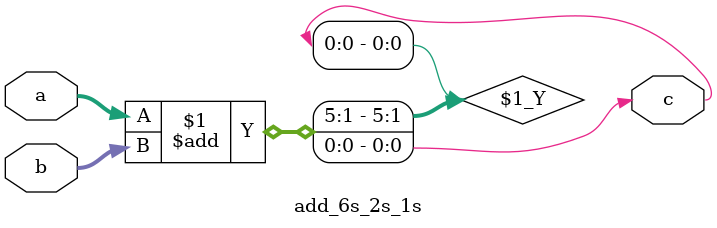
<source format=v>
module add_6s_2s_1s(a, b, c);
  input signed [5:0] a;
  input signed [1:0] b;
  output signed c;
  assign c = a + b;
endmodule

</source>
